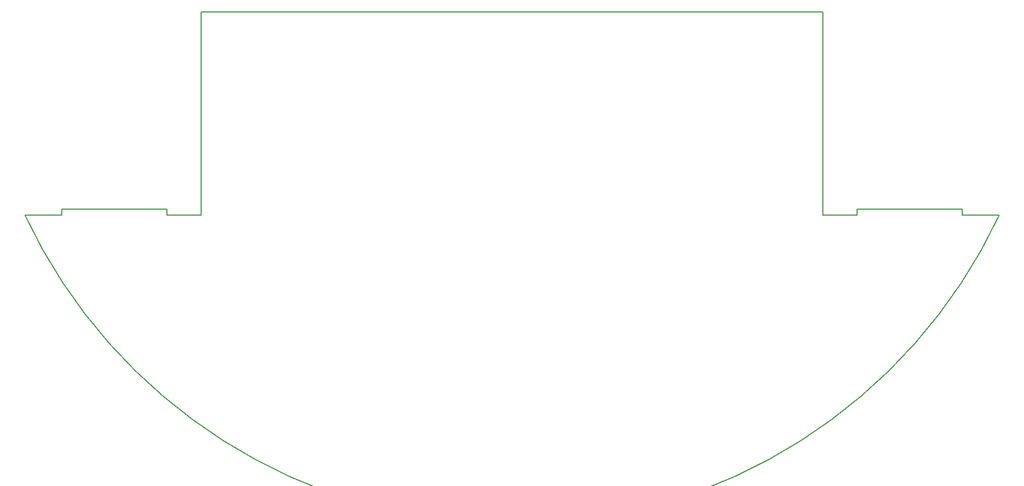
<source format=gm1>
G04 #@! TF.GenerationSoftware,KiCad,Pcbnew,7.0.6*
G04 #@! TF.CreationDate,2024-02-03T15:40:02-08:00*
G04 #@! TF.ProjectId,POWER_BOARD,504f5745-525f-4424-9f41-52442e6b6963,rev?*
G04 #@! TF.SameCoordinates,Original*
G04 #@! TF.FileFunction,Profile,NP*
%FSLAX46Y46*%
G04 Gerber Fmt 4.6, Leading zero omitted, Abs format (unit mm)*
G04 Created by KiCad (PCBNEW 7.0.6) date 2024-02-03 15:40:02*
%MOMM*%
%LPD*%
G01*
G04 APERTURE LIST*
G04 #@! TA.AperFunction,Profile*
%ADD10C,0.200000*%
G04 #@! TD*
G04 APERTURE END LIST*
D10*
X158062175Y-62789018D02*
X174495975Y-62789018D01*
X158062175Y-63776738D02*
X152732293Y-63776738D01*
X152732293Y-32008737D02*
X152732293Y-63776738D01*
X33892293Y-62789018D02*
X33892293Y-63776738D01*
X174495975Y-62789018D02*
X174495975Y-63776738D01*
X158062175Y-63776738D02*
X158062175Y-62789018D01*
X33892293Y-62789018D02*
X50326093Y-62789018D01*
X50326093Y-63776738D02*
X50326093Y-62789018D01*
X28120218Y-63776738D02*
G75*
G03*
X180268050Y-63776738I76073916J35688247D01*
G01*
X55655975Y-63776738D02*
X55655975Y-32008737D01*
X33892293Y-63776738D02*
X28120217Y-63776738D01*
X50326093Y-63776738D02*
X55655975Y-63776738D01*
X55655975Y-32008737D02*
X152732293Y-32008737D01*
X174495975Y-63776738D02*
X180268051Y-63776738D01*
M02*

</source>
